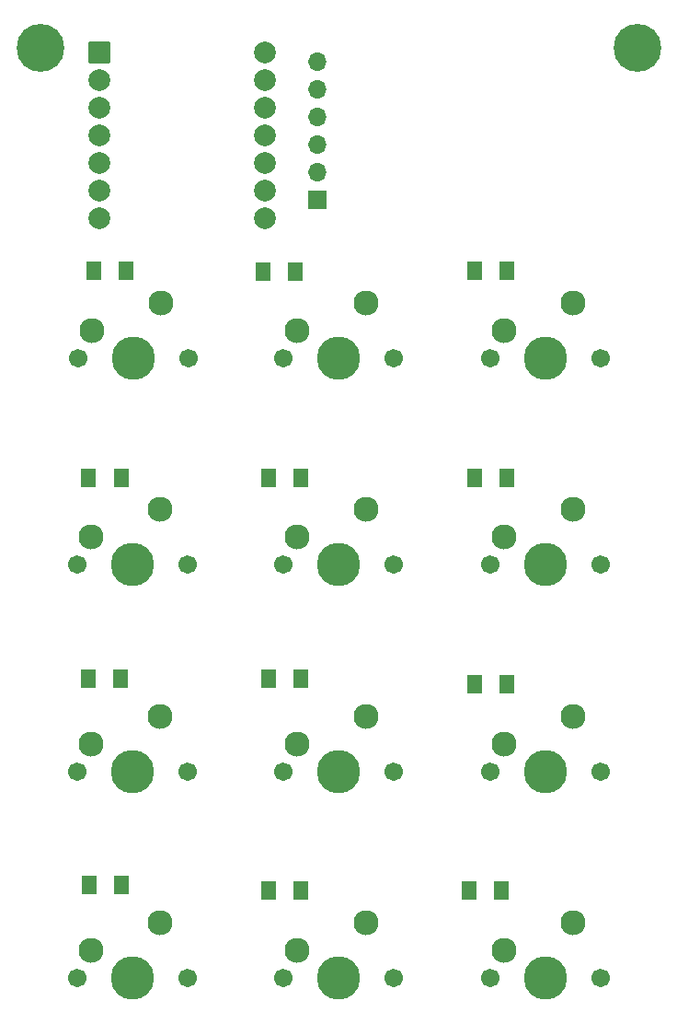
<source format=gbs>
%TF.GenerationSoftware,KiCad,Pcbnew,8.0.0*%
%TF.CreationDate,2024-03-18T12:55:46-04:00*%
%TF.ProjectId,mmp,6d6d702e-6b69-4636-9164-5f7063625858,rev?*%
%TF.SameCoordinates,Original*%
%TF.FileFunction,Soldermask,Bot*%
%TF.FilePolarity,Negative*%
%FSLAX46Y46*%
G04 Gerber Fmt 4.6, Leading zero omitted, Abs format (unit mm)*
G04 Created by KiCad (PCBNEW 8.0.0) date 2024-03-18 12:55:46*
%MOMM*%
%LPD*%
G01*
G04 APERTURE LIST*
G04 Aperture macros list*
%AMRoundRect*
0 Rectangle with rounded corners*
0 $1 Rounding radius*
0 $2 $3 $4 $5 $6 $7 $8 $9 X,Y pos of 4 corners*
0 Add a 4 corners polygon primitive as box body*
4,1,4,$2,$3,$4,$5,$6,$7,$8,$9,$2,$3,0*
0 Add four circle primitives for the rounded corners*
1,1,$1+$1,$2,$3*
1,1,$1+$1,$4,$5*
1,1,$1+$1,$6,$7*
1,1,$1+$1,$8,$9*
0 Add four rect primitives between the rounded corners*
20,1,$1+$1,$2,$3,$4,$5,0*
20,1,$1+$1,$4,$5,$6,$7,0*
20,1,$1+$1,$6,$7,$8,$9,0*
20,1,$1+$1,$8,$9,$2,$3,0*%
G04 Aperture macros list end*
%ADD10C,1.701800*%
%ADD11C,3.987800*%
%ADD12C,2.300000*%
%ADD13RoundRect,0.102000X-0.900000X-0.900000X0.900000X-0.900000X0.900000X0.900000X-0.900000X0.900000X0*%
%ADD14C,2.004000*%
%ADD15C,0.700000*%
%ADD16C,4.400000*%
%ADD17RoundRect,0.250001X-0.462499X-0.624999X0.462499X-0.624999X0.462499X0.624999X-0.462499X0.624999X0*%
%ADD18RoundRect,0.250001X0.462499X0.624999X-0.462499X0.624999X-0.462499X-0.624999X0.462499X-0.624999X0*%
%ADD19R,1.700000X1.700000*%
%ADD20O,1.700000X1.700000*%
G04 APERTURE END LIST*
D10*
%TO.C,SW4*%
X99920000Y-88000000D03*
D11*
X105000000Y-88000000D03*
D10*
X110080000Y-88000000D03*
D12*
X101190000Y-85460000D03*
X107540000Y-82920000D03*
%TD*%
D13*
%TO.C,U1*%
X102000000Y-40880000D03*
D14*
X102000000Y-43420000D03*
X102000000Y-45960000D03*
X102000000Y-48500000D03*
X102000000Y-51040000D03*
X102000000Y-53580000D03*
X102000000Y-56120000D03*
X117240000Y-56120000D03*
X117240000Y-53580000D03*
X117240000Y-51040000D03*
X117240000Y-48500000D03*
X117240000Y-45960000D03*
X117240000Y-43420000D03*
X117240000Y-40880000D03*
%TD*%
D10*
%TO.C,SW10*%
X99920000Y-126000000D03*
D11*
X105000000Y-126000000D03*
D10*
X110080000Y-126000000D03*
D12*
X101190000Y-123460000D03*
X107540000Y-120920000D03*
%TD*%
D15*
%TO.C,REF\u002A\u002A*%
X149850000Y-40500000D03*
X150333274Y-39333274D03*
X150333274Y-41666726D03*
X151500000Y-38850000D03*
D16*
X151500000Y-40500000D03*
D15*
X151500000Y-42150000D03*
X152666726Y-39333274D03*
X152666726Y-41666726D03*
X153150000Y-40500000D03*
%TD*%
D10*
%TO.C,SW2*%
X118920000Y-69000000D03*
D11*
X124000000Y-69000000D03*
D10*
X129080000Y-69000000D03*
D12*
X120190000Y-66460000D03*
X126540000Y-63920000D03*
%TD*%
D10*
%TO.C,SW3*%
X137920000Y-69000000D03*
D11*
X143000000Y-69000000D03*
D10*
X148080000Y-69000000D03*
D12*
X139190000Y-66460000D03*
X145540000Y-63920000D03*
%TD*%
D10*
%TO.C,SW5*%
X118920000Y-88000000D03*
D11*
X124000000Y-88000000D03*
D10*
X129080000Y-88000000D03*
D12*
X120190000Y-85460000D03*
X126540000Y-82920000D03*
%TD*%
D15*
%TO.C,REF\u002A\u002A*%
X94850000Y-40500000D03*
X95333274Y-39333274D03*
X95333274Y-41666726D03*
X96500000Y-38850000D03*
D16*
X96500000Y-40500000D03*
D15*
X96500000Y-42150000D03*
X97666726Y-39333274D03*
X97666726Y-41666726D03*
X98150000Y-40500000D03*
%TD*%
D10*
%TO.C,SW7*%
X99920000Y-107000000D03*
D11*
X105000000Y-107000000D03*
D10*
X110080000Y-107000000D03*
D12*
X101190000Y-104460000D03*
X107540000Y-101920000D03*
%TD*%
D10*
%TO.C,SW1*%
X100000000Y-69000000D03*
D11*
X105080000Y-69000000D03*
D10*
X110160000Y-69000000D03*
D12*
X101270000Y-66460000D03*
X107620000Y-63920000D03*
%TD*%
D10*
%TO.C,SW9*%
X137920000Y-107000000D03*
D11*
X143000000Y-107000000D03*
D10*
X148080000Y-107000000D03*
D12*
X139190000Y-104460000D03*
X145540000Y-101920000D03*
%TD*%
D10*
%TO.C,SW12*%
X137920000Y-126000000D03*
D11*
X143000000Y-126000000D03*
D10*
X148080000Y-126000000D03*
D12*
X139190000Y-123460000D03*
X145540000Y-120920000D03*
%TD*%
D10*
%TO.C,SW11*%
X118920000Y-126000000D03*
D11*
X124000000Y-126000000D03*
D10*
X129080000Y-126000000D03*
D12*
X120190000Y-123460000D03*
X126540000Y-120920000D03*
%TD*%
D10*
%TO.C,SW8*%
X118920000Y-107000000D03*
D11*
X124000000Y-107000000D03*
D10*
X129080000Y-107000000D03*
D12*
X120190000Y-104460000D03*
X126540000Y-101920000D03*
%TD*%
D10*
%TO.C,SW6*%
X137920000Y-88000000D03*
D11*
X143000000Y-88000000D03*
D10*
X148080000Y-88000000D03*
D12*
X139190000Y-85460000D03*
X145540000Y-82920000D03*
%TD*%
D17*
%TO.C,D3*%
X136500000Y-61000000D03*
X139475000Y-61000000D03*
%TD*%
D18*
%TO.C,D4*%
X103955000Y-80000000D03*
X100980000Y-80000000D03*
%TD*%
D17*
%TO.C,D8*%
X117500000Y-98500000D03*
X120475000Y-98500000D03*
%TD*%
%TO.C,D2*%
X117000000Y-61035000D03*
X119975000Y-61035000D03*
%TD*%
%TO.C,D5*%
X117500000Y-80000000D03*
X120475000Y-80000000D03*
%TD*%
%TO.C,D6*%
X136500000Y-80000000D03*
X139475000Y-80000000D03*
%TD*%
D19*
%TO.C,J2*%
X122000000Y-54500000D03*
D20*
X122000000Y-51960000D03*
X122000000Y-49420000D03*
X122000000Y-46880000D03*
X122000000Y-44340000D03*
X122000000Y-41800000D03*
%TD*%
D17*
%TO.C,D9*%
X136525000Y-99000000D03*
X139500000Y-99000000D03*
%TD*%
D18*
%TO.C,D1*%
X104442500Y-61000000D03*
X101467500Y-61000000D03*
%TD*%
D17*
%TO.C,D12*%
X136000000Y-118000000D03*
X138975000Y-118000000D03*
%TD*%
%TO.C,D11*%
X117535000Y-117965000D03*
X120510000Y-117965000D03*
%TD*%
D18*
%TO.C,D7*%
X103930000Y-98500000D03*
X100955000Y-98500000D03*
%TD*%
%TO.C,D10*%
X103965000Y-117477500D03*
X100990000Y-117477500D03*
%TD*%
M02*

</source>
